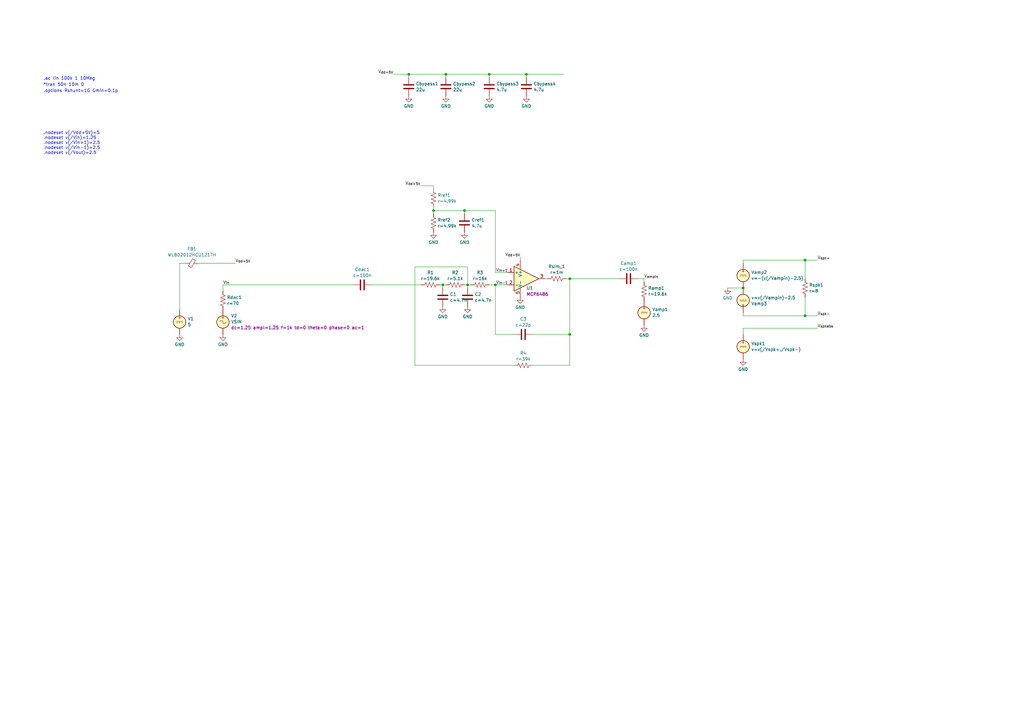
<source format=kicad_sch>
(kicad_sch (version 20230121) (generator eeschema)
  (paper "A3")
  (lib_symbols
    (symbol "Simulation_SPICE:OPAMP" (pin_names (offset 0.254))
      (property "Reference" "U" (at 3.81 3.175 0))
      (property "Value" "${SIM.PARAMS}" (at 3.81 -3.175 0))
      (symbol "OPAMP_0_1"
        (polyline (pts (xy 5.08 0) (xy -5.08 5.08) (xy -5.08 -5.08) (xy 5.08 0)) (stroke (width 0.254)) (fill (type background)))
      )
      (symbol "OPAMP_1_1"
        (pin input line (at -7.62 2.54 0) (length 2.54) (name "+") (number "1"))
        (pin input line (at -7.62 -2.54 0) (length 2.54) (name "-") (number "2"))
        (pin output line (at 7.62 0 180) (length 2.54) (name "~") (number "3"))
        (pin power_in line (at -2.54 7.62 270) (length 3.81) (name "V+") (number "4"))
        (pin power_in line (at -2.54 -7.62 90) (length 3.81) (name "V-") (number "5"))
      )
    )
    (symbol "Simulation_SPICE:VDC" (pin_numbers hide) (pin_names (offset 0.0254))
      (property "Reference" "V" (at 2.54 2.54 0))
      (property "Value" "1" (at 2.54 0 0))
      (symbol "VDC_0_0"
        (polyline (pts (xy -1.27 0.254) (xy 1.27 0.254)))
        (polyline (pts (xy -0.762 -0.254) (xy -1.27 -0.254)))
        (polyline (pts (xy 0.254 -0.254) (xy -0.254 -0.254)))
        (polyline (pts (xy 1.27 -0.254) (xy 0.762 -0.254)))
        (text "+" (at 0 1.905 0) (effects (font (size 1.27 1.27))))
      )
      (symbol "VDC_0_1"
        (circle (center 0 0) (radius 2.54) (stroke (width 0.254)) (fill (type background)))
      )
      (symbol "VDC_1_1"
        (pin passive line (at 0 5.08 270) (length 2.54) (name "~") (number "1"))
        (pin passive line (at 0 -5.08 90) (length 2.54) (name "~") (number "2"))
      )
    )
    (symbol "Simulation_SPICE:VSIN" (pin_numbers hide) (pin_names (offset 0.0254))
      (property "Reference" "V" (at 2.54 2.54 0))
      (property "Value" "VSIN" (at 2.54 0 0))
      (property "Sim.Params" "dc=0 ampl=1 f=1k ac=1" (at 2.54 -2.54 0))
      (symbol "VSIN_0_0"
        (arc (start 0 0) (mid -0.635 0.6323) (end -1.27 0))
        (arc (start 0 0) (mid 0.635 -0.6323) (end 1.27 0))
        (text "+" (at 0 1.905 0) (effects (font (size 1.27 1.27))))
      )
      (symbol "VSIN_0_1"
        (circle (center 0 0) (radius 2.54) (stroke (width 0.254)) (fill (type background)))
      )
      (symbol "VSIN_1_1"
        (pin passive line (at 0 5.08 270) (length 2.54) (name "~") (number "1"))
        (pin passive line (at 0 -5.08 90) (length 2.54) (name "~") (number "2"))
      )
    )
    (symbol "restall-generic-capacitors:capacitor-unpolarised" (pin_numbers hide) (pin_names (offset 0.254))
      (property "Reference" "C" (at 3.302 2.54 0))
      (property "Value" "capacitor-unpolarised" (at 3.302 0.762 0))
      (symbol "capacitor-unpolarised_0_1"
        (polyline (pts (xy -2.032 -0.762) (xy 2.032 -0.762)) (stroke (width 0.508)))
        (polyline (pts (xy -2.032 0.762) (xy 2.032 0.762)) (stroke (width 0.508)))
      )
      (symbol "capacitor-unpolarised_1_1"
        (pin passive line (at 0 3.81 270) (length 2.794) (name "~") (number "1"))
        (pin passive line (at 0 -3.81 90) (length 2.794) (name "~") (number "2"))
      )
    )
    (symbol "restall-generic-inductors:ferrite-bead" (pin_numbers hide) (pin_names (offset 0) hide)
      (property "Reference" "FB" (at 2.032 1.016 0))
      (property "Value" "ferrite-bead" (at 2.159 -1.016 0))
      (symbol "ferrite-bead_0_1"
        (polyline (pts (xy 0 -1.27) (xy 0 -0.7874)))
        (polyline (pts (xy 0 0.889) (xy 0 1.2954)))
        (polyline (pts (xy -1.8288 0.2794) (xy -1.1176 1.4986) (xy 1.8288 -0.2032) (xy 1.1176 -1.4224) (xy -1.8288 0.2794)))
      )
      (symbol "ferrite-bead_1_1"
        (pin passive line (at 0 2.54 270) (length 1.27) (name "P1") (number "1"))
        (pin passive line (at 0 -2.54 90) (length 1.27) (name "P2") (number "2"))
      )
    )
    (symbol "restall-generic-power:GND" (power) (pin_names (offset 0))
      (property "Value" "GND" (at 0 -3.81 0))
      (symbol "GND_0_1"
        (polyline (pts (xy 0 0) (xy 0 -1.27) (xy 1.27 -1.27) (xy 0 -2.54) (xy -1.27 -1.27) (xy 0 -1.27)))
      )
      (symbol "GND_1_1"
        (pin power_in line (at 0 0 270) (length 0) hide (name "GND") (number "1"))
      )
    )
    (symbol "restall-generic-resistors:resistor" (pin_numbers hide) (pin_names (offset 0))
      (property "Reference" "R" (at 1.778 2.032 0))
      (property "Value" "resistor" (at 1.778 0.508 0))
      (symbol "resistor_0_1"
        (polyline (pts (xy 0 -2.286) (xy 0 -2.54)))
        (polyline (pts (xy 0 2.286) (xy 0 2.54)))
        (polyline (pts (xy 0 -0.762) (xy 1.016 -1.143) (xy 0 -1.524) (xy -1.016 -1.905) (xy 0 -2.286)))
        (polyline (pts (xy 0 0.762) (xy 1.016 0.381) (xy 0 0) (xy -1.016 -0.381) (xy 0 -0.762)))
        (polyline (pts (xy 0 2.286) (xy 1.016 1.905) (xy 0 1.524) (xy -1.016 1.143) (xy 0 0.762)))
      )
      (symbol "resistor_1_1"
        (pin passive line (at 0 3.81 270) (length 1.27) (name "~") (number "1"))
        (pin passive line (at 0 -3.81 90) (length 1.27) (name "~") (number "2"))
      )
    )
  )
  (junction (at 190.5 86.36))
  (junction (at 191.77 116.84))
  (junction (at 181.61 116.84))
  (junction (at 203.2 116.84))
  (junction (at 177.8 86.36))
  (junction (at 330.2 129.54))
  (junction (at 233.68 114.3))
  (junction (at 304.8 118.11))
  (junction (at 330.2 106.68))
  (junction (at 233.68 137.16))
  (junction (at 167.64 30.48))
  (junction (at 215.9 30.48))
  (junction (at 200.66 30.48))
  (junction (at 182.88 30.48))
  (wire (pts (xy 73.66 107.95) (xy 73.66 127)))
  (wire (pts (xy 218.44 137.16) (xy 233.68 137.16)))
  (wire (pts (xy 203.2 116.84) (xy 203.2 137.16)))
  (wire (pts (xy 190.5 116.84) (xy 191.77 116.84)))
  (wire (pts (xy 203.2 86.36) (xy 203.2 111.76)))
  (wire (pts (xy 177.8 86.36) (xy 190.5 86.36)))
  (wire (pts (xy 191.77 109.474) (xy 170.18 109.474)))
  (wire (pts (xy 191.77 118.11) (xy 191.77 116.84)))
  (wire (pts (xy 215.9 30.48) (xy 231.14 30.48)))
  (wire (pts (xy 182.88 30.48) (xy 182.88 31.75)))
  (wire (pts (xy 170.18 149.86) (xy 210.82 149.86)))
  (wire (pts (xy 208.28 116.84) (xy 203.2 116.84)))
  (wire (pts (xy 264.16 115.57) (xy 264.16 114.3)))
  (wire (pts (xy 177.8 85.09) (xy 177.8 86.36)))
  (wire (pts (xy 298.45 118.11) (xy 304.8 118.11)))
  (wire (pts (xy 161.29 30.48) (xy 167.64 30.48)))
  (wire (pts (xy 167.64 30.48) (xy 167.64 31.75)))
  (wire (pts (xy 172.466 76.2) (xy 177.8 76.2)))
  (wire (pts (xy 330.2 106.68) (xy 335.28 106.68)))
  (wire (pts (xy 177.8 76.2) (xy 177.8 77.47)))
  (wire (pts (xy 304.8 129.54) (xy 304.8 128.27)))
  (wire (pts (xy 190.5 86.36) (xy 190.5 87.63)))
  (wire (pts (xy 203.2 137.16) (xy 210.82 137.16)))
  (wire (pts (xy 224.536 114.3) (xy 223.52 114.3)))
  (wire (pts (xy 191.77 116.84) (xy 193.04 116.84)))
  (wire (pts (xy 330.2 129.54) (xy 335.28 129.54)))
  (wire (pts (xy 81.28 107.95) (xy 96.52 107.95)))
  (wire (pts (xy 233.68 137.16) (xy 233.68 149.86)))
  (wire (pts (xy 304.8 129.54) (xy 330.2 129.54)))
  (wire (pts (xy 91.44 116.84) (xy 144.78 116.84)))
  (wire (pts (xy 203.2 111.76) (xy 208.28 111.76)))
  (wire (pts (xy 190.5 86.36) (xy 203.2 86.36)))
  (wire (pts (xy 177.8 87.63) (xy 177.8 86.36)))
  (wire (pts (xy 181.61 116.84) (xy 182.88 116.84)))
  (wire (pts (xy 152.4 116.84) (xy 172.72 116.84)))
  (wire (pts (xy 200.66 30.48) (xy 200.66 31.75)))
  (wire (pts (xy 264.16 114.3) (xy 261.62 114.3)))
  (wire (pts (xy 200.66 116.84) (xy 203.2 116.84)))
  (wire (pts (xy 215.9 30.48) (xy 215.9 31.75)))
  (wire (pts (xy 170.18 109.474) (xy 170.18 149.86)))
  (wire (pts (xy 304.8 134.62) (xy 335.28 134.62)))
  (wire (pts (xy 191.77 116.84) (xy 191.77 109.474)))
  (wire (pts (xy 304.8 106.68) (xy 330.2 106.68)))
  (wire (pts (xy 213.36 105.41) (xy 213.36 106.68)))
  (wire (pts (xy 218.44 149.86) (xy 233.68 149.86)))
  (wire (pts (xy 330.2 106.68) (xy 330.2 114.3)))
  (wire (pts (xy 233.68 114.3) (xy 232.156 114.3)))
  (wire (pts (xy 330.2 121.92) (xy 330.2 129.54)))
  (wire (pts (xy 304.8 106.68) (xy 304.8 107.95)))
  (wire (pts (xy 167.64 30.48) (xy 182.88 30.48)))
  (wire (pts (xy 304.8 137.16) (xy 304.8 134.62)))
  (wire (pts (xy 180.34 116.84) (xy 181.61 116.84)))
  (wire (pts (xy 181.61 116.84) (xy 181.61 118.11)))
  (wire (pts (xy 182.88 30.48) (xy 200.66 30.48)))
  (wire (pts (xy 233.68 114.3) (xy 233.68 137.16)))
  (wire (pts (xy 200.66 30.48) (xy 215.9 30.48)))
  (wire (pts (xy 91.44 119.38) (xy 91.44 116.84)))
  (wire (pts (xy 73.66 107.95) (xy 76.2 107.95)))
  (wire (pts (xy 233.68 114.3) (xy 254 114.3)))
  (text ".nodeset v(/Vdd+5V)=5\n.nodeset v(/Vin)=1.25\n.nodeset v(/Vin+1)=2.5\n.nodeset v(/Vin-1)=2.5\n.nodeset v(/Vout)=2.5\n" (at 17.78 63.5 0) (effects (font (size 1.27 1.27)) (justify left bottom)))
  (text ".ac lin 100k 1 10Meg" (at 17.78 33.02 0) (effects (font (size 1.27 1.27)) (justify left bottom)))
  (text ".options Rshunt=1G Gmin=0.1p" (at 17.78 38.1 0) (effects (font (size 1.27 1.27)) (justify left bottom)))
  (text "*tran 50n 10m 0" (at 17.78 35.56 0) (effects (font (size 1.27 1.27)) (justify left bottom)))
  (label "V_{dd+5V}" (at 172.466 76.2 180))
  (label "V_{in}" (at 91.44 116.84 0))
  (label "V_{in+1}" (at 208.28 111.76 180))
  (label "V_{dd+5V}" (at 96.52 107.95 0))
  (label "V_{spk-}" (at 335.28 129.54 0))
  (label "V_{in-1}" (at 208.28 116.84 180))
  (label "V_{dd+5V}" (at 161.29 30.48 180))
  (label "V_{dd+5V}" (at 213.36 105.41 180))
  (label "V_{ampin}" (at 264.16 114.3 0))
  (label "V_{spk+}" (at 335.28 106.68 0))
  (label "V_{spkabs}" (at 335.28 134.62 0))
  (symbol (lib_id "Simulation_SPICE:VDC") (at 304.8 113.03 0) (unit 1)
    (property "Reference" "Vamp2" (at 308.102 111.6881 0) (effects (justify left)))
    (property "Value" "${SIM.PARAMS}" (at 308.102 114.1123 0) (effects (justify left)))
    (property "Sim.Pins" "1=+ 2=-" (effects hide))
    (property "Sim.Type" "=" (effects hide))
    (property "Sim.Device" "V" (effects hide))
    (property "Sim.Params" "v=-(v(/Vampin)-2.5)" (effects hide))
  )
  (symbol (lib_id "restall-generic-power:GND") (at 167.64 39.37 0) (unit 1)
    (property "Reference" "#PWR035" (effects hide))
    (property "Value" "GND" (at 167.64 43.5031 0))
  )
  (symbol (lib_id "restall-generic-resistors:resistor") (at 330.2 118.11 180) (unit 1)
    (property "Reference" "Rspk1" (at 331.851 116.8979 0) (effects (justify right)))
    (property "Value" "${SIM.PARAMS}" (at 331.851 119.3221 0) (effects (justify right)))
    (property "Footprint" "restall-generic-resistors:nominal-0402-1005" (effects hide))
    (property "Label" "???kΩ±1% ???W" (effects hide))
    (property "Tolerance" "±1%" (effects hide))
    (property "PowerRating" "0.0625W" (effects hide))
    (property "TemperatureCoefficient" "±100ppm" (effects hide))
    (property "Construction" "Thick Film" (effects hide))
    (property "Package" "0402" (effects hide))
    (property "Sim.Device" "R" (effects hide))
    (property "Sim.Type" "=" (effects hide))
    (property "Sim.Params" "r=8" (effects hide))
    (property "Sim.Pins" "1=+ 2=-" (effects hide))
  )
  (symbol (lib_id "Simulation_SPICE:OPAMP") (at 215.9 114.3 0) (unit 1)
    (property "Reference" "U1" (at 215.9 118.11 0) (effects (justify left)))
    (property "Value" "MCP6486" (effects hide))
    (property "Sim.Pins" "1=1 2=2 3=5 4=3 5=4" (effects hide))
    (property "Sim.Device" "SUBCKT" (effects hide))
    (property "Sim.Library" "MCP6486_A.lib" (effects hide))
    (property "Sim.Name" "MCP6486" (at 215.9 120.65 0) (effects (justify left)))
  )
  (symbol (lib_id "restall-generic-resistors:resistor") (at 91.44 123.19 180) (unit 1)
    (property "Reference" "Rdac1" (at 93.091 121.9779 0) (effects (justify right)))
    (property "Value" "${SIM.PARAMS}" (at 93.091 124.4021 0) (effects (justify right)))
    (property "Footprint" "restall-generic-resistors:nominal-0402-1005" (effects hide))
    (property "Label" "???kΩ±1% ???W" (effects hide))
    (property "Tolerance" "±1%" (effects hide))
    (property "PowerRating" "0.0625W" (effects hide))
    (property "TemperatureCoefficient" "±100ppm" (effects hide))
    (property "Construction" "Thick Film" (effects hide))
    (property "Package" "0402" (effects hide))
    (property "Sim.Device" "R" (effects hide))
    (property "Sim.Type" "=" (effects hide))
    (property "Sim.Params" "r=70" (effects hide))
    (property "Sim.Pins" "1=+ 2=-" (effects hide))
  )
  (symbol (lib_id "restall-generic-power:GND") (at 190.5 95.25 0) (unit 1)
    (property "Reference" "#PWR030" (effects hide))
    (property "Value" "GND" (at 190.5 99.3831 0))
  )
  (symbol (lib_id "restall-generic-capacitors:capacitor-unpolarised") (at 191.77 121.92 0) (unit 1)
    (property "Reference" "C2" (at 194.691 120.7079 0) (effects (justify left)))
    (property "Value" "${SIM.PARAMS}" (at 194.691 123.1321 0) (effects (justify left)))
    (property "Footprint" "restall-generic-capacitors:unpolarised-nominal-0402-1005" (effects hide))
    (property "Label" "??μF±10% 10V X7R" (effects hide))
    (property "Tolerance" "±10%" (effects hide))
    (property "VoltageRating" "10V" (effects hide))
    (property "TemperatureCoefficient" "X7R" (effects hide))
    (property "Dielectric" "MLCC" (effects hide))
    (property "Package" "0402" (effects hide))
    (property "Sim.Device" "C" (effects hide))
    (property "Sim.Pins" "1=+ 2=-" (effects hide))
    (property "Sim.Type" "=" (effects hide))
    (property "Sim.Params" "c=4.7n" (effects hide))
  )
  (symbol (lib_id "restall-generic-capacitors:capacitor-unpolarised") (at 257.81 114.3 90) (unit 1)
    (property "Reference" "Camp1" (at 257.81 107.9967 90))
    (property "Value" "${SIM.PARAMS}" (at 257.81 110.4209 90))
    (property "Footprint" "restall-generic-capacitors:unpolarised-nominal-0402-1005" (effects hide))
    (property "Label" "??μF±10% 10V X7R" (effects hide))
    (property "Tolerance" "±10%" (effects hide))
    (property "VoltageRating" "10V" (effects hide))
    (property "TemperatureCoefficient" "X7R" (effects hide))
    (property "Dielectric" "MLCC" (effects hide))
    (property "Package" "0402" (effects hide))
    (property "Sim.Device" "C" (effects hide))
    (property "Sim.Type" "=" (effects hide))
    (property "Sim.Params" "c=100n" (effects hide))
    (property "Sim.Pins" "1=+ 2=-" (effects hide))
  )
  (symbol (lib_id "restall-generic-resistors:resistor") (at 214.63 149.86 90) (unit 1)
    (property "Reference" "R4" (at 214.63 144.8267 90))
    (property "Value" "${SIM.PARAMS}" (at 214.63 147.2509 90))
    (property "Footprint" "restall-generic-resistors:nominal-0402-1005" (effects hide))
    (property "Label" "???kΩ±1% ???W" (effects hide))
    (property "Tolerance" "±1%" (effects hide))
    (property "PowerRating" "0.0625W" (effects hide))
    (property "TemperatureCoefficient" "±100ppm" (effects hide))
    (property "Construction" "Thick Film" (effects hide))
    (property "Package" "0402" (effects hide))
    (property "Sim.Device" "R" (effects hide))
    (property "Sim.Type" "=" (effects hide))
    (property "Sim.Params" "r=39k" (effects hide))
    (property "Sim.Pins" "1=+ 2=-" (effects hide))
  )
  (symbol (lib_id "restall-generic-capacitors:capacitor-unpolarised") (at 214.63 137.16 90) (unit 1)
    (property "Reference" "C3" (at 214.63 130.8567 90))
    (property "Value" "${SIM.PARAMS}" (at 214.63 133.2809 90))
    (property "Footprint" "restall-generic-capacitors:unpolarised-nominal-0402-1005" (effects hide))
    (property "Label" "??μF±10% 10V X7R" (effects hide))
    (property "Tolerance" "±10%" (effects hide))
    (property "VoltageRating" "10V" (effects hide))
    (property "TemperatureCoefficient" "X7R" (effects hide))
    (property "Dielectric" "MLCC" (effects hide))
    (property "Package" "0402" (effects hide))
    (property "Sim.Device" "C" (effects hide))
    (property "Sim.Type" "=" (effects hide))
    (property "Sim.Params" "c=22p" (effects hide))
    (property "Sim.Pins" "1=+ 2=-" (effects hide))
  )
  (symbol (lib_id "restall-generic-capacitors:capacitor-unpolarised") (at 215.9 35.56 0) (unit 1)
    (property "Reference" "Cbypass4" (at 218.821 34.3479 0) (effects (justify left)))
    (property "Value" "4.7u" (at 218.821 36.7721 0) (effects (justify left)))
    (property "Footprint" "restall-generic-capacitors:unpolarised-nominal-0402-1005" (effects hide))
    (property "Label" "??μF±10% 10V X7R" (effects hide))
    (property "Tolerance" "±10%" (effects hide))
    (property "VoltageRating" "10V" (effects hide))
    (property "TemperatureCoefficient" "X7R" (effects hide))
    (property "Dielectric" "MLCC" (effects hide))
    (property "Package" "0402" (effects hide))
    (property "Sim.Device" "SUBCKT" (effects hide))
    (property "Sim.Pins" "1=1 2=2" (effects hide))
    (property "Sim.Library" "CL05A475MP5NRN_Precise_DC5.5V_25degC_P.lib" (effects hide))
    (property "Sim.Name" "CL05A475MP5NRN_Precise_DC5.5V_25degC" (effects hide))
  )
  (symbol (lib_id "Simulation_SPICE:VDC") (at 304.8 123.19 0) (mirror x) (unit 1)
    (property "Reference" "Vamp3" (at 308.102 124.5319 0) (effects (justify left)))
    (property "Value" "${SIM.PARAMS}" (at 308.102 122.1077 0) (effects (justify left)))
    (property "Sim.Pins" "1=+ 2=-" (effects hide))
    (property "Sim.Type" "=" (effects hide))
    (property "Sim.Device" "V" (effects hide))
    (property "Sim.Params" "v=v(/Vampin)-2.5" (effects hide))
  )
  (symbol (lib_id "Simulation_SPICE:VDC") (at 304.8 142.24 0) (unit 1)
    (property "Reference" "Vspk1" (at 308.102 140.8981 0) (effects (justify left)))
    (property "Value" "${SIM.PARAMS}" (at 308.102 143.3223 0) (effects (justify left)))
    (property "Sim.Pins" "1=+ 2=-" (effects hide))
    (property "Sim.Type" "=" (effects hide))
    (property "Sim.Device" "V" (effects hide))
    (property "Sim.Params" "v=v(/Vspk+,/Vspk-)" (effects hide))
  )
  (symbol (lib_id "restall-generic-resistors:resistor") (at 196.85 116.84 90) (unit 1)
    (property "Reference" "R3" (at 196.85 111.8067 90))
    (property "Value" "${SIM.PARAMS}" (at 196.85 114.2309 90))
    (property "Footprint" "restall-generic-resistors:nominal-0402-1005" (effects hide))
    (property "Label" "???kΩ±1% ???W" (effects hide))
    (property "Tolerance" "±1%" (effects hide))
    (property "PowerRating" "0.0625W" (effects hide))
    (property "TemperatureCoefficient" "±100ppm" (effects hide))
    (property "Construction" "Thick Film" (effects hide))
    (property "Package" "0402" (effects hide))
    (property "Sim.Device" "R" (effects hide))
    (property "Sim.Type" "=" (effects hide))
    (property "Sim.Params" "r=16k" (effects hide))
    (property "Sim.Pins" "1=+ 2=-" (effects hide))
  )
  (symbol (lib_id "Simulation_SPICE:VSIN") (at 91.44 132.08 0) (unit 1)
    (property "Reference" "V2" (at 94.742 129.526 0) (effects (justify left)))
    (property "Value" "VSIN" (at 94.742 131.9502 0) (effects (justify left)))
    (property "Sim.Pins" "1=+ 2=-" (effects hide))
    (property "Sim.Params" "dc=1.25 ampl=1.25 f=1k td=0 theta=0 phase=0 ac=1" (at 94.742 134.3744 0) (effects (justify left)))
    (property "Sim.Type" "SIN" (effects hide))
    (property "Sim.Device" "V" (effects hide))
  )
  (symbol (lib_id "restall-generic-resistors:resistor") (at 177.8 91.44 180) (unit 1)
    (property "Reference" "Rref2" (at 179.451 90.2279 0) (effects (justify right)))
    (property "Value" "${SIM.PARAMS}" (at 179.451 92.6521 0) (effects (justify right)))
    (property "Footprint" "restall-generic-resistors:nominal-0402-1005" (effects hide))
    (property "Label" "???kΩ±1% ???W" (effects hide))
    (property "Tolerance" "±1%" (effects hide))
    (property "PowerRating" "0.0625W" (effects hide))
    (property "TemperatureCoefficient" "±100ppm" (effects hide))
    (property "Construction" "Thick Film" (effects hide))
    (property "Package" "0402" (effects hide))
    (property "Sim.Device" "R" (effects hide))
    (property "Sim.Type" "=" (effects hide))
    (property "Sim.Params" "r=4.99k" (effects hide))
    (property "Sim.Pins" "1=+ 2=-" (effects hide))
  )
  (symbol (lib_id "restall-generic-power:GND") (at 181.61 125.73 0) (unit 1)
    (property "Reference" "#PWR07" (effects hide))
    (property "Value" "GND" (at 181.61 129.8631 0))
  )
  (symbol (lib_id "restall-generic-power:GND") (at 304.8 147.32 0) (unit 1)
    (property "Reference" "#PWR02" (effects hide))
    (property "Value" "GND" (at 304.8 151.4531 0))
  )
  (symbol (lib_id "restall-generic-capacitors:capacitor-unpolarised") (at 190.5 91.44 0) (unit 1)
    (property "Reference" "Cref1" (at 193.421 90.2279 0) (effects (justify left)))
    (property "Value" "4.7u" (at 193.421 92.6521 0) (effects (justify left)))
    (property "Footprint" "restall-generic-capacitors:unpolarised-nominal-0402-1005" (effects hide))
    (property "Label" "??μF±10% 10V X7R" (effects hide))
    (property "Tolerance" "±10%" (effects hide))
    (property "VoltageRating" "10V" (effects hide))
    (property "TemperatureCoefficient" "X7R" (effects hide))
    (property "Dielectric" "MLCC" (effects hide))
    (property "Package" "0402" (effects hide))
    (property "Sim.Device" "SUBCKT" (effects hide))
    (property "Sim.Pins" "1=1 2=2" (effects hide))
    (property "Sim.Library" "CL05A475MP5NRN_Precise_DC2.5V_25degC_P.lib" (effects hide))
    (property "Sim.Name" "CL05A475MP5NRN_Precise_DC2.5V_25degC" (effects hide))
  )
  (symbol (lib_id "restall-generic-power:GND") (at 177.8 95.25 0) (unit 1)
    (property "Reference" "#PWR029" (effects hide))
    (property "Value" "GND" (at 177.8 99.3831 0))
  )
  (symbol (lib_id "Simulation_SPICE:VDC") (at 73.66 132.08 0) (unit 1)
    (property "Reference" "V1" (at 76.962 130.7381 0) (effects (justify left)))
    (property "Value" "5" (at 76.962 133.1623 0) (effects (justify left)))
    (property "Sim.Pins" "1=+ 2=-" (effects hide))
    (property "Sim.Type" "DC" (effects hide))
    (property "Sim.Device" "V" (effects hide))
    (property "Sim.Params" "dc=5" (effects hide))
  )
  (symbol (lib_id "restall-generic-capacitors:capacitor-unpolarised") (at 200.66 35.56 0) (unit 1)
    (property "Reference" "Cbypass3" (at 203.581 34.3479 0) (effects (justify left)))
    (property "Value" "4.7u" (at 203.581 36.7721 0) (effects (justify left)))
    (property "Footprint" "restall-generic-capacitors:unpolarised-nominal-0402-1005" (effects hide))
    (property "Label" "??μF±10% 10V X7R" (effects hide))
    (property "Tolerance" "±10%" (effects hide))
    (property "VoltageRating" "10V" (effects hide))
    (property "TemperatureCoefficient" "X7R" (effects hide))
    (property "Dielectric" "MLCC" (effects hide))
    (property "Package" "0402" (effects hide))
    (property "Sim.Device" "SUBCKT" (effects hide))
    (property "Sim.Pins" "1=1 2=2" (effects hide))
    (property "Sim.Library" "CL05A475MP5NRN_Precise_DC5.5V_25degC_P.lib" (effects hide))
    (property "Sim.Name" "CL05A475MP5NRN_Precise_DC5.5V_25degC" (effects hide))
  )
  (symbol (lib_id "restall-generic-resistors:resistor") (at 176.53 116.84 90) (unit 1)
    (property "Reference" "R1" (at 176.53 111.8067 90))
    (property "Value" "${SIM.PARAMS}" (at 176.53 114.2309 90))
    (property "Footprint" "restall-generic-resistors:nominal-0402-1005" (effects hide))
    (property "Label" "???kΩ±1% ???W" (effects hide))
    (property "Tolerance" "±1%" (effects hide))
    (property "PowerRating" "0.0625W" (effects hide))
    (property "TemperatureCoefficient" "±100ppm" (effects hide))
    (property "Construction" "Thick Film" (effects hide))
    (property "Package" "0402" (effects hide))
    (property "Sim.Device" "R" (effects hide))
    (property "Sim.Type" "=" (effects hide))
    (property "Sim.Params" "r=19.6k" (effects hide))
    (property "Sim.Pins" "1=+ 2=-" (effects hide))
  )
  (symbol (lib_id "restall-generic-capacitors:capacitor-unpolarised") (at 167.64 35.56 0) (unit 1)
    (property "Reference" "Cbypass1" (at 170.561 34.3479 0) (effects (justify left)))
    (property "Value" "22u" (at 170.561 36.7721 0) (effects (justify left)))
    (property "Footprint" "restall-generic-capacitors:unpolarised-nominal-0805-2012" (effects hide))
    (property "Label" "??μF±10% 10V X7R" (effects hide))
    (property "Tolerance" "±10%" (effects hide))
    (property "VoltageRating" "10V" (effects hide))
    (property "TemperatureCoefficient" "X7R" (effects hide))
    (property "Dielectric" "MLCC" (effects hide))
    (property "Package" "0402" (effects hide))
    (property "Sim.Device" "SUBCKT" (effects hide))
    (property "Sim.Pins" "1=1 2=2" (effects hide))
    (property "Sim.Library" "CL21A226MPQNNN_Precise_DC5.5V_25degC_P.lib" (effects hide))
    (property "Sim.Name" "CL21A226MPQNNN_Precise_DC5.5V_25degC" (effects hide))
  )
  (symbol (lib_id "Simulation_SPICE:VDC") (at 264.16 128.27 0) (unit 1)
    (property "Reference" "Vamp1" (at 267.462 126.9281 0) (effects (justify left)))
    (property "Value" "2.5" (at 267.462 129.3523 0) (effects (justify left)))
    (property "Sim.Pins" "1=+ 2=-" (effects hide))
    (property "Sim.Type" "DC" (effects hide))
    (property "Sim.Device" "V" (effects hide))
    (property "Sim.Params" "dc=2.5" (effects hide))
  )
  (symbol (lib_id "restall-generic-power:GND") (at 264.16 133.35 0) (unit 1)
    (property "Reference" "#PWR010" (effects hide))
    (property "Value" "GND" (at 264.16 137.4831 0))
  )
  (symbol (lib_id "restall-generic-resistors:resistor") (at 177.8 81.28 180) (unit 1)
    (property "Reference" "Rref1" (at 179.451 80.0679 0) (effects (justify right)))
    (property "Value" "${SIM.PARAMS}" (at 179.451 82.4921 0) (effects (justify right)))
    (property "Footprint" "restall-generic-resistors:nominal-0402-1005" (effects hide))
    (property "Label" "???kΩ±1% ???W" (effects hide))
    (property "Tolerance" "±1%" (effects hide))
    (property "PowerRating" "0.0625W" (effects hide))
    (property "TemperatureCoefficient" "±100ppm" (effects hide))
    (property "Construction" "Thick Film" (effects hide))
    (property "Package" "0402" (effects hide))
    (property "Sim.Device" "R" (effects hide))
    (property "Sim.Type" "=" (effects hide))
    (property "Sim.Params" "r=4.99k" (effects hide))
    (property "Sim.Pins" "1=+ 2=-" (effects hide))
  )
  (symbol (lib_id "restall-generic-resistors:resistor") (at 264.16 119.38 180) (unit 1)
    (property "Reference" "Ramp1" (at 265.811 118.1679 0) (effects (justify right)))
    (property "Value" "${SIM.PARAMS}" (at 265.811 120.5921 0) (effects (justify right)))
    (property "Footprint" "restall-generic-resistors:nominal-0402-1005" (effects hide))
    (property "Label" "???kΩ±1% ???W" (effects hide))
    (property "Tolerance" "±1%" (effects hide))
    (property "PowerRating" "0.0625W" (effects hide))
    (property "TemperatureCoefficient" "±100ppm" (effects hide))
    (property "Construction" "Thick Film" (effects hide))
    (property "Package" "0402" (effects hide))
    (property "Sim.Device" "R" (effects hide))
    (property "Sim.Type" "=" (effects hide))
    (property "Sim.Params" "r=19.6k" (effects hide))
    (property "Sim.Pins" "1=+ 2=-" (effects hide))
  )
  (symbol (lib_id "restall-generic-power:GND") (at 73.66 137.16 0) (unit 1)
    (property "Reference" "#PWR04" (effects hide))
    (property "Value" "GND" (at 73.66 141.2931 0))
  )
  (symbol (lib_id "restall-generic-power:GND") (at 200.66 39.37 0) (unit 1)
    (property "Reference" "#PWR015" (effects hide))
    (property "Value" "GND" (at 200.66 43.5031 0))
  )
  (symbol (lib_id "restall-generic-power:GND") (at 213.36 121.92 0) (unit 1)
    (property "Reference" "#PWR028" (effects hide))
    (property "Value" "GND" (at 213.36 126.0531 0))
  )
  (symbol (lib_id "restall-generic-power:GND") (at 182.88 39.37 0) (unit 1)
    (property "Reference" "#PWR038" (effects hide))
    (property "Value" "GND" (at 182.88 43.5031 0))
  )
  (symbol (lib_id "restall-generic-power:GND") (at 298.45 118.11 0) (unit 1)
    (property "Reference" "#PWR01" (effects hide))
    (property "Value" "GND" (at 298.45 122.2431 0))
  )
  (symbol (lib_id "restall-generic-power:GND") (at 191.77 125.73 0) (unit 1)
    (property "Reference" "#PWR06" (effects hide))
    (property "Value" "GND" (at 191.77 129.8631 0))
  )
  (symbol (lib_id "restall-generic-resistors:resistor") (at 228.346 114.3 90) (unit 1)
    (property "Reference" "Rsim_1" (at 228.346 109.2667 90))
    (property "Value" "${SIM.PARAMS}" (at 228.346 111.6909 90))
    (property "Footprint" "restall-generic-resistors:nominal-0402-1005" (effects hide))
    (property "Label" "???kΩ±1% ???W" (effects hide))
    (property "Tolerance" "±1%" (effects hide))
    (property "PowerRating" "0.0625W" (effects hide))
    (property "TemperatureCoefficient" "±100ppm" (effects hide))
    (property "Construction" "Thick Film" (effects hide))
    (property "Package" "0402" (effects hide))
    (property "Sim.Device" "R" (effects hide))
    (property "Sim.Type" "=" (effects hide))
    (property "Sim.Params" "r=1m" (effects hide))
    (property "Sim.Pins" "1=+ 2=-" (effects hide))
  )
  (symbol (lib_id "restall-generic-power:GND") (at 215.9 39.37 0) (unit 1)
    (property "Reference" "#PWR034" (effects hide))
    (property "Value" "GND" (at 215.9 43.5031 0))
  )
  (symbol (lib_id "restall-generic-inductors:ferrite-bead") (at 78.74 107.95 90) (unit 1)
    (property "Reference" "FB1" (at 78.7019 102.1039 90))
    (property "Value" "WLBD2012HCU121TH" (at 78.7019 104.5281 90))
    (property "Label" "??A, ??mΩ @ DC, ??Ω±??% @ 100MHz" (effects hide))
    (property "I_{MAX}" "??A" (effects hide))
    (property "DCR" "??mΩ" (effects hide))
    (property "Impedance" "??Ω @ 100MHz" (effects hide))
    (property "Tolerance" "±??%" (effects hide))
    (property "Sim.Library" "WLBD2012HCU121TH.lib" (effects hide))
    (property "Sim.Name" "WLBD2012HCU121TH" (effects hide))
    (property "Sim.Device" "SUBCKT" (effects hide))
    (property "Sim.Pins" "1=1 2=2" (effects hide))
  )
  (symbol (lib_id "restall-generic-resistors:resistor") (at 186.69 116.84 90) (unit 1)
    (property "Reference" "R2" (at 186.69 111.8067 90))
    (property "Value" "${SIM.PARAMS}" (at 186.69 114.2309 90))
    (property "Footprint" "restall-generic-resistors:nominal-0402-1005" (effects hide))
    (property "Label" "???kΩ±1% ???W" (effects hide))
    (property "Tolerance" "±1%" (effects hide))
    (property "PowerRating" "0.0625W" (effects hide))
    (property "TemperatureCoefficient" "±100ppm" (effects hide))
    (property "Construction" "Thick Film" (effects hide))
    (property "Package" "0402" (effects hide))
    (property "Sim.Device" "R" (effects hide))
    (property "Sim.Type" "=" (effects hide))
    (property "Sim.Params" "r=5.1k" (effects hide))
    (property "Sim.Pins" "1=+ 2=-" (effects hide))
  )
  (symbol (lib_id "restall-generic-capacitors:capacitor-unpolarised") (at 182.88 35.56 0) (unit 1)
    (property "Reference" "Cbypass2" (at 185.801 34.3479 0) (effects (justify left)))
    (property "Value" "22u" (at 185.801 36.7721 0) (effects (justify left)))
    (property "Footprint" "restall-generic-capacitors:unpolarised-nominal-0805-2012" (effects hide))
    (property "Label" "??μF±10% 10V X7R" (effects hide))
    (property "Tolerance" "±10%" (effects hide))
    (property "VoltageRating" "10V" (effects hide))
    (property "TemperatureCoefficient" "X7R" (effects hide))
    (property "Dielectric" "MLCC" (effects hide))
    (property "Package" "0402" (effects hide))
    (property "Sim.Device" "SUBCKT" (effects hide))
    (property "Sim.Pins" "1=1 2=2" (effects hide))
    (property "Sim.Library" "CL21A226MPQNNN_Precise_DC5.5V_25degC_P.lib" (effects hide))
    (property "Sim.Name" "CL21A226MPQNNN_Precise_DC5.5V_25degC" (effects hide))
  )
  (symbol (lib_id "restall-generic-power:GND") (at 91.44 137.16 0) (unit 1)
    (property "Reference" "#PWR09" (effects hide))
    (property "Value" "GND" (at 91.44 141.2931 0))
  )
  (symbol (lib_id "restall-generic-capacitors:capacitor-unpolarised") (at 181.61 121.92 0) (unit 1)
    (property "Reference" "C1" (at 184.531 120.7079 0) (effects (justify left)))
    (property "Value" "${SIM.PARAMS}" (at 184.531 123.1321 0) (effects (justify left)))
    (property "Footprint" "restall-generic-capacitors:unpolarised-nominal-0402-1005" (effects hide))
    (property "Label" "??μF±10% 10V X7R" (effects hide))
    (property "Tolerance" "±10%" (effects hide))
    (property "VoltageRating" "10V" (effects hide))
    (property "TemperatureCoefficient" "X7R" (effects hide))
    (property "Dielectric" "MLCC" (effects hide))
    (property "Package" "0402" (effects hide))
    (property "Sim.Device" "C" (effects hide))
    (property "Sim.Pins" "1=+ 2=-" (effects hide))
    (property "Sim.Type" "=" (effects hide))
    (property "Sim.Params" "c=4.7n" (effects hide))
  )
  (symbol (lib_id "restall-generic-capacitors:capacitor-unpolarised") (at 148.59 116.84 90) (unit 1)
    (property "Reference" "Cdac1" (at 148.59 110.5367 90))
    (property "Value" "${SIM.PARAMS}" (at 148.59 112.9609 90))
    (property "Footprint" "restall-generic-capacitors:unpolarised-nominal-0402-1005" (effects hide))
    (property "Label" "??μF±10% 10V X7R" (effects hide))
    (property "Tolerance" "±10%" (effects hide))
    (property "VoltageRating" "10V" (effects hide))
    (property "TemperatureCoefficient" "X7R" (effects hide))
    (property "Dielectric" "MLCC" (effects hide))
    (property "Package" "0402" (effects hide))
    (property "Sim.Device" "C" (effects hide))
    (property "Sim.Type" "=" (effects hide))
    (property "Sim.Params" "c=100n" (effects hide))
    (property "Sim.Pins" "1=+ 2=-" (effects hide))
  )
)
</source>
